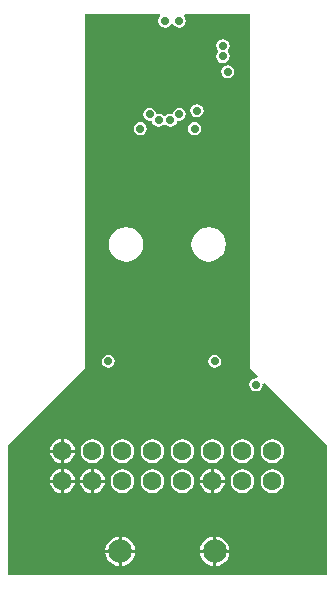
<source format=gbl>
G04*
G04 #@! TF.GenerationSoftware,Altium Limited,Altium Designer,18.0.12 (696)*
G04*
G04 Layer_Physical_Order=4*
G04 Layer_Color=16711680*
%FSLAX44Y44*%
%MOMM*%
G71*
G01*
G75*
%ADD31C,1.6000*%
%ADD32C,2.0000*%
%ADD33C,0.7000*%
G36*
X645000Y595000D02*
X651689Y588311D01*
X650704Y586468D01*
X650000Y586608D01*
X647854Y586181D01*
X646035Y584965D01*
X644819Y583146D01*
X644392Y581000D01*
X644819Y578854D01*
X646035Y577034D01*
X647854Y575819D01*
X650000Y575392D01*
X652146Y575819D01*
X653966Y577034D01*
X655181Y578854D01*
X655608Y581000D01*
X655468Y581704D01*
X657311Y582689D01*
X710000Y530000D01*
Y420000D01*
X440000D01*
X440000Y530000D01*
X505000Y595000D01*
X505000Y895000D01*
X568480D01*
X569087Y893000D01*
X569035Y892965D01*
X567819Y891146D01*
X567392Y889000D01*
X567819Y886854D01*
X569035Y885035D01*
X570854Y883819D01*
X573000Y883392D01*
X575146Y883819D01*
X576965Y885035D01*
X577889Y886417D01*
X578568Y886571D01*
X579432D01*
X580111Y886417D01*
X581035Y885035D01*
X582854Y883819D01*
X585000Y883392D01*
X587146Y883819D01*
X588965Y885035D01*
X590181Y886854D01*
X590608Y889000D01*
X590181Y891146D01*
X588965Y892965D01*
X588913Y893000D01*
X589520Y895000D01*
X645000D01*
X645000Y595000D01*
D02*
G37*
%LPC*%
G36*
X622000Y873608D02*
X619854Y873181D01*
X618035Y871965D01*
X616819Y870146D01*
X616392Y868000D01*
X616819Y865854D01*
X618035Y864035D01*
Y862965D01*
X616819Y861146D01*
X616392Y859000D01*
X616819Y856854D01*
X618035Y855035D01*
X619854Y853819D01*
X622000Y853392D01*
X624146Y853819D01*
X625965Y855035D01*
X627181Y856854D01*
X627608Y859000D01*
X627181Y861146D01*
X625965Y862965D01*
Y864035D01*
X627181Y865854D01*
X627608Y868000D01*
X627181Y870146D01*
X625965Y871965D01*
X624146Y873181D01*
X622000Y873608D01*
D02*
G37*
G36*
X626000Y851608D02*
X623854Y851181D01*
X622035Y849965D01*
X620819Y848146D01*
X620392Y846000D01*
X620819Y843854D01*
X622035Y842035D01*
X623854Y840819D01*
X626000Y840392D01*
X628146Y840819D01*
X629965Y842035D01*
X631181Y843854D01*
X631608Y846000D01*
X631181Y848146D01*
X629965Y849965D01*
X628146Y851181D01*
X626000Y851608D01*
D02*
G37*
G36*
X585000Y815608D02*
X582854Y815181D01*
X581035Y813965D01*
X579819Y812146D01*
X579436Y810222D01*
X577500Y810608D01*
X575354Y810181D01*
X573767Y809120D01*
X573000Y808913D01*
X572000D01*
X571233Y809120D01*
X569646Y810181D01*
X567500Y810608D01*
X565564Y810222D01*
X565181Y812146D01*
X563965Y813965D01*
X562146Y815181D01*
X560000Y815608D01*
X557854Y815181D01*
X556035Y813965D01*
X554819Y812146D01*
X554392Y810000D01*
X554819Y807854D01*
X556035Y806035D01*
X557854Y804819D01*
X560000Y804392D01*
X561936Y804778D01*
X562319Y802854D01*
X563535Y801035D01*
X565354Y799819D01*
X567500Y799392D01*
X569646Y799819D01*
X571233Y800880D01*
X572000Y801087D01*
X573000D01*
X573767Y800880D01*
X575354Y799819D01*
X577500Y799392D01*
X579646Y799819D01*
X581465Y801035D01*
X582681Y802854D01*
X583063Y804778D01*
X585000Y804392D01*
X587146Y804819D01*
X588965Y806035D01*
X590181Y807854D01*
X590608Y810000D01*
X590181Y812146D01*
X588965Y813965D01*
X587146Y815181D01*
X585000Y815608D01*
D02*
G37*
G36*
X600000Y818608D02*
X597854Y818181D01*
X596035Y816965D01*
X594819Y815146D01*
X594392Y813000D01*
X594819Y810854D01*
X596035Y809035D01*
X597854Y807819D01*
X600000Y807392D01*
X602146Y807819D01*
X603965Y809035D01*
X605181Y810854D01*
X605608Y813000D01*
X605181Y815146D01*
X603965Y816965D01*
X602146Y818181D01*
X600000Y818608D01*
D02*
G37*
G36*
X598000Y803608D02*
X595854Y803181D01*
X594034Y801965D01*
X592819Y800146D01*
X592392Y798000D01*
X592819Y795854D01*
X594034Y794035D01*
X595854Y792819D01*
X598000Y792392D01*
X600146Y792819D01*
X601965Y794035D01*
X603181Y795854D01*
X603607Y798000D01*
X603181Y800146D01*
X601965Y801965D01*
X600146Y803181D01*
X598000Y803608D01*
D02*
G37*
G36*
X552000Y803608D02*
X549854Y803181D01*
X548035Y801965D01*
X546819Y800146D01*
X546393Y798000D01*
X546819Y795854D01*
X548035Y794035D01*
X549854Y792819D01*
X552000Y792392D01*
X554146Y792819D01*
X555965Y794035D01*
X557181Y795854D01*
X557608Y798000D01*
X557181Y800146D01*
X555965Y801965D01*
X554146Y803181D01*
X552000Y803608D01*
D02*
G37*
G36*
X610000Y714625D02*
X606215Y714127D01*
X602687Y712666D01*
X599659Y710341D01*
X597334Y707313D01*
X595873Y703785D01*
X595375Y700000D01*
X595873Y696215D01*
X597334Y692687D01*
X599659Y689659D01*
X602687Y687334D01*
X606215Y685873D01*
X610000Y685375D01*
X613785Y685873D01*
X617313Y687334D01*
X620341Y689659D01*
X622666Y692687D01*
X624127Y696215D01*
X624625Y700000D01*
X624127Y703785D01*
X622666Y707313D01*
X620341Y710341D01*
X617313Y712666D01*
X613785Y714127D01*
X610000Y714625D01*
D02*
G37*
G36*
X540000D02*
X536215Y714127D01*
X532687Y712666D01*
X529659Y710341D01*
X527334Y707313D01*
X525873Y703785D01*
X525375Y700000D01*
X525873Y696215D01*
X527334Y692687D01*
X529659Y689659D01*
X532687Y687334D01*
X536215Y685873D01*
X540000Y685375D01*
X543785Y685873D01*
X547313Y687334D01*
X550341Y689659D01*
X552666Y692687D01*
X554127Y696215D01*
X554625Y700000D01*
X554127Y703785D01*
X552666Y707313D01*
X550341Y710341D01*
X547313Y712666D01*
X543785Y714127D01*
X540000Y714625D01*
D02*
G37*
G36*
X615000Y606608D02*
X612854Y606181D01*
X611035Y604965D01*
X609819Y603146D01*
X609392Y601000D01*
X609819Y598854D01*
X611035Y597035D01*
X612854Y595819D01*
X615000Y595392D01*
X617146Y595819D01*
X618965Y597035D01*
X620181Y598854D01*
X620608Y601000D01*
X620181Y603146D01*
X618965Y604965D01*
X617146Y606181D01*
X615000Y606608D01*
D02*
G37*
G36*
X525000D02*
X522854Y606181D01*
X521035Y604965D01*
X519819Y603146D01*
X519392Y601000D01*
X519819Y598854D01*
X521035Y597035D01*
X522854Y595819D01*
X525000Y595392D01*
X527146Y595819D01*
X528965Y597035D01*
X530181Y598854D01*
X530608Y601000D01*
X530181Y603146D01*
X528965Y604965D01*
X527146Y606181D01*
X525000Y606608D01*
D02*
G37*
G36*
X487350Y535326D02*
Y526150D01*
X496526D01*
X496330Y527641D01*
X495272Y530195D01*
X493589Y532389D01*
X491396Y534072D01*
X488841Y535130D01*
X487350Y535326D01*
D02*
G37*
G36*
X484850D02*
X483359Y535130D01*
X480805Y534072D01*
X478612Y532389D01*
X476929Y530195D01*
X475871Y527641D01*
X475674Y526150D01*
X484850D01*
Y535326D01*
D02*
G37*
G36*
X663900Y534986D02*
X661290Y534643D01*
X658857Y533635D01*
X656768Y532032D01*
X655165Y529943D01*
X654158Y527510D01*
X653814Y524900D01*
X654158Y522290D01*
X655165Y519857D01*
X656768Y517768D01*
X658857Y516165D01*
X661290Y515157D01*
X663900Y514814D01*
X666511Y515157D01*
X668943Y516165D01*
X671032Y517768D01*
X672635Y519857D01*
X673643Y522290D01*
X673987Y524900D01*
X673643Y527510D01*
X672635Y529943D01*
X671032Y532032D01*
X668943Y533635D01*
X666511Y534643D01*
X663900Y534986D01*
D02*
G37*
G36*
X638500D02*
X635890Y534643D01*
X633457Y533635D01*
X631368Y532032D01*
X629765Y529943D01*
X628758Y527510D01*
X628414Y524900D01*
X628758Y522290D01*
X629765Y519857D01*
X631368Y517768D01*
X633457Y516165D01*
X635890Y515157D01*
X638500Y514814D01*
X641111Y515157D01*
X643543Y516165D01*
X645632Y517768D01*
X647235Y519857D01*
X648243Y522290D01*
X648587Y524900D01*
X648243Y527510D01*
X647235Y529943D01*
X645632Y532032D01*
X643543Y533635D01*
X641111Y534643D01*
X638500Y534986D01*
D02*
G37*
G36*
X613100D02*
X610490Y534643D01*
X608057Y533635D01*
X605968Y532032D01*
X604365Y529943D01*
X603358Y527510D01*
X603014Y524900D01*
X603358Y522290D01*
X604365Y519857D01*
X605968Y517768D01*
X608057Y516165D01*
X610490Y515157D01*
X613100Y514814D01*
X615711Y515157D01*
X618143Y516165D01*
X620232Y517768D01*
X621835Y519857D01*
X622843Y522290D01*
X623186Y524900D01*
X622843Y527510D01*
X621835Y529943D01*
X620232Y532032D01*
X618143Y533635D01*
X615711Y534643D01*
X613100Y534986D01*
D02*
G37*
G36*
X587700D02*
X585090Y534643D01*
X582657Y533635D01*
X580568Y532032D01*
X578965Y529943D01*
X577958Y527510D01*
X577614Y524900D01*
X577958Y522290D01*
X578965Y519857D01*
X580568Y517768D01*
X582657Y516165D01*
X585090Y515157D01*
X587700Y514814D01*
X590311Y515157D01*
X592743Y516165D01*
X594832Y517768D01*
X596435Y519857D01*
X597443Y522290D01*
X597786Y524900D01*
X597443Y527510D01*
X596435Y529943D01*
X594832Y532032D01*
X592743Y533635D01*
X590311Y534643D01*
X587700Y534986D01*
D02*
G37*
G36*
X562300D02*
X559690Y534643D01*
X557257Y533635D01*
X555168Y532032D01*
X553565Y529943D01*
X552558Y527510D01*
X552214Y524900D01*
X552558Y522290D01*
X553565Y519857D01*
X555168Y517768D01*
X557257Y516165D01*
X559690Y515157D01*
X562300Y514814D01*
X564911Y515157D01*
X567343Y516165D01*
X569432Y517768D01*
X571035Y519857D01*
X572043Y522290D01*
X572387Y524900D01*
X572043Y527510D01*
X571035Y529943D01*
X569432Y532032D01*
X567343Y533635D01*
X564911Y534643D01*
X562300Y534986D01*
D02*
G37*
G36*
X536900D02*
X534290Y534643D01*
X531857Y533635D01*
X529768Y532032D01*
X528165Y529943D01*
X527158Y527510D01*
X526814Y524900D01*
X527158Y522290D01*
X528165Y519857D01*
X529768Y517768D01*
X531857Y516165D01*
X534290Y515157D01*
X536900Y514814D01*
X539511Y515157D01*
X541943Y516165D01*
X544032Y517768D01*
X545635Y519857D01*
X546643Y522290D01*
X546987Y524900D01*
X546643Y527510D01*
X545635Y529943D01*
X544032Y532032D01*
X541943Y533635D01*
X539511Y534643D01*
X536900Y534986D01*
D02*
G37*
G36*
X511500D02*
X508890Y534643D01*
X506457Y533635D01*
X504368Y532032D01*
X502765Y529943D01*
X501758Y527510D01*
X501414Y524900D01*
X501758Y522290D01*
X502765Y519857D01*
X504368Y517768D01*
X506457Y516165D01*
X508890Y515157D01*
X511500Y514814D01*
X514111Y515157D01*
X516543Y516165D01*
X518632Y517768D01*
X520235Y519857D01*
X521243Y522290D01*
X521586Y524900D01*
X521243Y527510D01*
X520235Y529943D01*
X518632Y532032D01*
X516543Y533635D01*
X514111Y534643D01*
X511500Y534986D01*
D02*
G37*
G36*
X496526Y523650D02*
X487350D01*
Y514474D01*
X488841Y514670D01*
X491396Y515728D01*
X493589Y517411D01*
X495272Y519605D01*
X496330Y522159D01*
X496526Y523650D01*
D02*
G37*
G36*
X484850D02*
X475674D01*
X475871Y522159D01*
X476929Y519605D01*
X478612Y517411D01*
X480805Y515728D01*
X483359Y514670D01*
X484850Y514474D01*
Y523650D01*
D02*
G37*
G36*
X512750Y509926D02*
Y500750D01*
X521926D01*
X521730Y502241D01*
X520672Y504795D01*
X518989Y506989D01*
X516796Y508672D01*
X514241Y509730D01*
X512750Y509926D01*
D02*
G37*
G36*
X614350D02*
Y500750D01*
X623526D01*
X623330Y502241D01*
X622272Y504795D01*
X620589Y506989D01*
X618396Y508672D01*
X615841Y509730D01*
X614350Y509926D01*
D02*
G37*
G36*
X487350D02*
Y500750D01*
X496526D01*
X496330Y502241D01*
X495272Y504795D01*
X493589Y506989D01*
X491396Y508672D01*
X488841Y509730D01*
X487350Y509926D01*
D02*
G37*
G36*
X510250D02*
X508759Y509730D01*
X506205Y508672D01*
X504012Y506989D01*
X502329Y504795D01*
X501270Y502241D01*
X501074Y500750D01*
X510250D01*
Y509926D01*
D02*
G37*
G36*
X484850D02*
X483359Y509730D01*
X480805Y508672D01*
X478612Y506989D01*
X476929Y504795D01*
X475871Y502241D01*
X475674Y500750D01*
X484850D01*
Y509926D01*
D02*
G37*
G36*
X611850D02*
X610359Y509730D01*
X607805Y508672D01*
X605612Y506989D01*
X603929Y504795D01*
X602870Y502241D01*
X602674Y500750D01*
X611850D01*
Y509926D01*
D02*
G37*
G36*
X663900Y509586D02*
X661290Y509243D01*
X658857Y508235D01*
X656768Y506632D01*
X655165Y504543D01*
X654158Y502110D01*
X653814Y499500D01*
X654158Y496889D01*
X655165Y494457D01*
X656768Y492368D01*
X658857Y490765D01*
X661290Y489757D01*
X663900Y489414D01*
X666511Y489757D01*
X668943Y490765D01*
X671032Y492368D01*
X672635Y494457D01*
X673643Y496889D01*
X673987Y499500D01*
X673643Y502110D01*
X672635Y504543D01*
X671032Y506632D01*
X668943Y508235D01*
X666511Y509243D01*
X663900Y509586D01*
D02*
G37*
G36*
X638500D02*
X635890Y509243D01*
X633457Y508235D01*
X631368Y506632D01*
X629765Y504543D01*
X628758Y502110D01*
X628414Y499500D01*
X628758Y496889D01*
X629765Y494457D01*
X631368Y492368D01*
X633457Y490765D01*
X635890Y489757D01*
X638500Y489414D01*
X641111Y489757D01*
X643543Y490765D01*
X645632Y492368D01*
X647235Y494457D01*
X648243Y496889D01*
X648587Y499500D01*
X648243Y502110D01*
X647235Y504543D01*
X645632Y506632D01*
X643543Y508235D01*
X641111Y509243D01*
X638500Y509586D01*
D02*
G37*
G36*
X587700D02*
X585090Y509243D01*
X582657Y508235D01*
X580568Y506632D01*
X578965Y504543D01*
X577958Y502110D01*
X577614Y499500D01*
X577958Y496889D01*
X578965Y494457D01*
X580568Y492368D01*
X582657Y490765D01*
X585090Y489757D01*
X587700Y489414D01*
X590311Y489757D01*
X592743Y490765D01*
X594832Y492368D01*
X596435Y494457D01*
X597443Y496889D01*
X597786Y499500D01*
X597443Y502110D01*
X596435Y504543D01*
X594832Y506632D01*
X592743Y508235D01*
X590311Y509243D01*
X587700Y509586D01*
D02*
G37*
G36*
X562300D02*
X559690Y509243D01*
X557257Y508235D01*
X555168Y506632D01*
X553565Y504543D01*
X552558Y502110D01*
X552214Y499500D01*
X552558Y496889D01*
X553565Y494457D01*
X555168Y492368D01*
X557257Y490765D01*
X559690Y489757D01*
X562300Y489414D01*
X564911Y489757D01*
X567343Y490765D01*
X569432Y492368D01*
X571035Y494457D01*
X572043Y496889D01*
X572387Y499500D01*
X572043Y502110D01*
X571035Y504543D01*
X569432Y506632D01*
X567343Y508235D01*
X564911Y509243D01*
X562300Y509586D01*
D02*
G37*
G36*
X536900D02*
X534290Y509243D01*
X531857Y508235D01*
X529768Y506632D01*
X528165Y504543D01*
X527158Y502110D01*
X526814Y499500D01*
X527158Y496889D01*
X528165Y494457D01*
X529768Y492368D01*
X531857Y490765D01*
X534290Y489757D01*
X536900Y489414D01*
X539511Y489757D01*
X541943Y490765D01*
X544032Y492368D01*
X545635Y494457D01*
X546643Y496889D01*
X546987Y499500D01*
X546643Y502110D01*
X545635Y504543D01*
X544032Y506632D01*
X541943Y508235D01*
X539511Y509243D01*
X536900Y509586D01*
D02*
G37*
G36*
X623526Y498250D02*
X614350D01*
Y489074D01*
X615841Y489270D01*
X618396Y490328D01*
X620589Y492011D01*
X622272Y494205D01*
X623330Y496759D01*
X623526Y498250D01*
D02*
G37*
G36*
X521926D02*
X512750D01*
Y489074D01*
X514241Y489270D01*
X516796Y490328D01*
X518989Y492011D01*
X520672Y494205D01*
X521730Y496759D01*
X521926Y498250D01*
D02*
G37*
G36*
X496526D02*
X487350D01*
Y489074D01*
X488841Y489270D01*
X491396Y490328D01*
X493589Y492011D01*
X495272Y494205D01*
X496330Y496759D01*
X496526Y498250D01*
D02*
G37*
G36*
X611850D02*
X602674D01*
X602870Y496759D01*
X603929Y494205D01*
X605612Y492011D01*
X607805Y490328D01*
X610359Y489270D01*
X611850Y489074D01*
Y498250D01*
D02*
G37*
G36*
X510250D02*
X501074D01*
X501270Y496759D01*
X502329Y494205D01*
X504012Y492011D01*
X506205Y490328D01*
X508759Y489270D01*
X510250Y489074D01*
Y498250D01*
D02*
G37*
G36*
X484850D02*
X475674D01*
X475871Y496759D01*
X476929Y494205D01*
X478612Y492011D01*
X480805Y490328D01*
X483359Y489270D01*
X484850Y489074D01*
Y498250D01*
D02*
G37*
G36*
X616250Y452443D02*
Y441250D01*
X627443D01*
X627178Y443263D01*
X625919Y446304D01*
X623915Y448915D01*
X621304Y450919D01*
X618263Y452178D01*
X616250Y452443D01*
D02*
G37*
G36*
X613750D02*
X611737Y452178D01*
X608696Y450919D01*
X606085Y448915D01*
X604081Y446304D01*
X602822Y443263D01*
X602557Y441250D01*
X613750D01*
Y452443D01*
D02*
G37*
G36*
X536250D02*
Y441250D01*
X547443D01*
X547178Y443263D01*
X545919Y446304D01*
X543915Y448915D01*
X541304Y450919D01*
X538263Y452178D01*
X536250Y452443D01*
D02*
G37*
G36*
X533750D02*
X531737Y452178D01*
X528696Y450919D01*
X526085Y448915D01*
X524081Y446304D01*
X522822Y443263D01*
X522557Y441250D01*
X533750D01*
Y452443D01*
D02*
G37*
G36*
X627443Y438750D02*
X616250D01*
Y427557D01*
X618263Y427822D01*
X621304Y429081D01*
X623915Y431085D01*
X625919Y433696D01*
X627178Y436737D01*
X627443Y438750D01*
D02*
G37*
G36*
X613750D02*
X602557D01*
X602822Y436737D01*
X604081Y433696D01*
X606085Y431085D01*
X608696Y429081D01*
X611737Y427822D01*
X613750Y427557D01*
Y438750D01*
D02*
G37*
G36*
X547443D02*
X536250D01*
Y427557D01*
X538263Y427822D01*
X541304Y429081D01*
X543915Y431085D01*
X545919Y433696D01*
X547178Y436737D01*
X547443Y438750D01*
D02*
G37*
G36*
X533750D02*
X522557D01*
X522822Y436737D01*
X524081Y433696D01*
X526085Y431085D01*
X528696Y429081D01*
X531737Y427822D01*
X533750Y427557D01*
Y438750D01*
D02*
G37*
%LPD*%
D31*
X562300Y524900D02*
D03*
Y499500D02*
D03*
X587700Y524900D02*
D03*
Y499500D02*
D03*
X613100Y524900D02*
D03*
Y499500D02*
D03*
X638500D02*
D03*
Y524900D02*
D03*
X663900Y499500D02*
D03*
Y524900D02*
D03*
X486100D02*
D03*
Y499500D02*
D03*
X511500D02*
D03*
Y524900D02*
D03*
X536900Y499500D02*
D03*
Y524900D02*
D03*
D32*
X615000Y440000D02*
D03*
X535000D02*
D03*
D33*
X626000Y846000D02*
D03*
X635929Y554500D02*
D03*
X619000Y731000D02*
D03*
X585000Y889000D02*
D03*
X573000D02*
D03*
X615000Y601000D02*
D03*
X545000Y554500D02*
D03*
X598000Y731000D02*
D03*
X529000Y731000D02*
D03*
X552000Y731000D02*
D03*
X622000Y859000D02*
D03*
X650000Y581000D02*
D03*
X622000Y868000D02*
D03*
X525000Y601000D02*
D03*
X600000Y813000D02*
D03*
X585000Y810000D02*
D03*
X577500Y805000D02*
D03*
X598000Y798000D02*
D03*
X560000Y810000D02*
D03*
X567500Y805000D02*
D03*
X552000Y798000D02*
D03*
X565000Y840000D02*
D03*
X585000D02*
D03*
Y860000D02*
D03*
X565000D02*
D03*
X575000Y850000D02*
D03*
M02*

</source>
